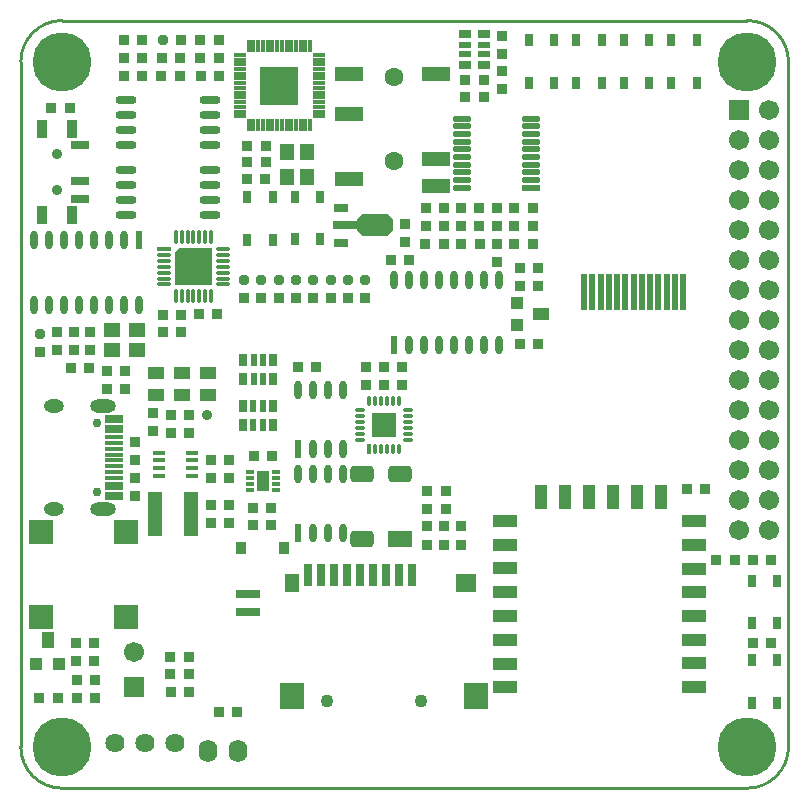
<source format=gts>
G04*
G04 #@! TF.GenerationSoftware,Altium Limited,Altium Designer,20.2.6 (244)*
G04*
G04 Layer_Color=8388736*
%FSLAX25Y25*%
%MOIN*%
G70*
G04*
G04 #@! TF.SameCoordinates,53242240-AA46-4597-B95F-6874191C8742*
G04*
G04*
G04 #@! TF.FilePolarity,Negative*
G04*
G01*
G75*
%ADD12C,0.01000*%
%ADD81R,0.03400X0.03400*%
%ADD82O,0.07093X0.02762*%
%ADD83R,0.06109X0.02762*%
%ADD84R,0.06109X0.01581*%
%ADD85R,0.01975X0.12211*%
%ADD86R,0.08274X0.03156*%
%ADD87R,0.02762X0.04337*%
%ADD88R,0.12998X0.12998*%
%ADD89R,0.03943X0.01187*%
%ADD90R,0.01187X0.03943*%
%ADD91R,0.02559X0.01378*%
%ADD92R,0.04331X0.07087*%
%ADD93C,0.03550*%
%ADD94R,0.03400X0.03400*%
%ADD95R,0.05400X0.03900*%
%ADD96R,0.04731X0.14967*%
%ADD97P,0.03680X8X112.5*%
%ADD98O,0.02368X0.06306*%
%ADD99R,0.02368X0.06306*%
%ADD100R,0.02368X0.03943*%
%ADD101R,0.02959X0.03943*%
%ADD102R,0.09455X0.05124*%
%ADD103R,0.08274X0.04337*%
%ADD104R,0.04337X0.08274*%
%ADD105R,0.03550X0.04337*%
%ADD106R,0.03550X0.04337*%
%ADD107R,0.03943X0.02368*%
%ADD108R,0.03943X0.02959*%
%ADD109R,0.04337X0.01680*%
%ADD110P,0.03680X8X202.5*%
%ADD111O,0.01384X0.03550*%
%ADD112O,0.03550X0.01384*%
%ADD113R,0.08274X0.08274*%
%ADD114R,0.01384X0.03550*%
%ADD115R,0.04000X0.05400*%
%ADD116R,0.04000X0.04000*%
%ADD117R,0.08274X0.08274*%
G04:AMPARAMS|DCode=118|XSize=55.18mil|YSize=78.8mil|CornerRadius=14.8mil|HoleSize=0mil|Usage=FLASHONLY|Rotation=90.000|XOffset=0mil|YOffset=0mil|HoleType=Round|Shape=RoundedRectangle|*
%AMROUNDEDRECTD118*
21,1,0.05518,0.04921,0,0,90.0*
21,1,0.02559,0.07880,0,0,90.0*
1,1,0.02959,0.02461,0.01280*
1,1,0.02959,0.02461,-0.01280*
1,1,0.02959,-0.02461,-0.01280*
1,1,0.02959,-0.02461,0.01280*
%
%ADD118ROUNDEDRECTD118*%
%ADD119O,0.06306X0.01975*%
%ADD120R,0.03156X0.07487*%
%ADD121R,0.05124X0.05518*%
%ADD122R,0.04000X0.04000*%
%ADD123O,0.04731X0.01384*%
%ADD124R,0.04337X0.04337*%
%ADD125R,0.05518X0.05124*%
%ADD126R,0.05124X0.02762*%
%ADD127R,0.04731X0.01384*%
%ADD128O,0.01384X0.04731*%
%ADD129R,0.07880X0.05518*%
%ADD130R,0.05124X0.05912*%
%ADD131R,0.08400X0.09061*%
%ADD132R,0.06699X0.05912*%
%ADD133R,0.06306X0.02762*%
%ADD134R,0.03550X0.05912*%
%ADD135R,0.08668X0.02762*%
G04:AMPARAMS|DCode=136|XSize=74.87mil|YSize=122.11mil|CornerRadius=0mil|HoleSize=0mil|Usage=FLASHONLY|Rotation=90.000|XOffset=0mil|YOffset=0mil|HoleType=Round|Shape=Octagon|*
%AMOCTAGOND136*
4,1,8,-0.06106,-0.01872,-0.06106,0.01872,-0.04234,0.03743,0.04234,0.03743,0.06106,0.01872,0.06106,-0.01872,0.04234,-0.03743,-0.04234,-0.03743,-0.06106,-0.01872,0.0*
%
%ADD136OCTAGOND136*%

%ADD137R,0.06306X0.01975*%
%ADD138R,0.05400X0.04000*%
%ADD139O,0.06699X0.04337*%
%ADD140O,0.08668X0.04337*%
%ADD141C,0.02959*%
%ADD142C,0.06400*%
%ADD143C,0.19685*%
%ADD144C,0.06306*%
%ADD145O,0.06306X0.07487*%
%ADD146C,0.06699*%
%ADD147R,0.06699X0.06699*%
%ADD148C,0.04337*%
G36*
X63665Y179945D02*
Y167740D01*
X51461D01*
Y178665D01*
X52740Y179945D01*
X63665D01*
D02*
G37*
D12*
X255906Y242126D02*
G03*
X242126Y255906I-13780J0D01*
G01*
Y0D02*
G03*
X255906Y13780I0J13780D01*
G01*
X0D02*
G03*
X13780Y0I13780J0D01*
G01*
Y255906D02*
G03*
X0Y242126I0J-13780D01*
G01*
X13780Y0D02*
X242126D01*
X255906Y13780D02*
Y242126D01*
X13780Y255906D02*
X242126D01*
X0Y13780D02*
Y242126D01*
D81*
X69400Y94442D02*
D03*
Y88324D02*
D03*
X158800Y181459D02*
D03*
Y175341D02*
D03*
X80181Y163328D02*
D03*
X85962D02*
D03*
X103305D02*
D03*
X109086D02*
D03*
X74400D02*
D03*
X97524D02*
D03*
X91743D02*
D03*
X114867D02*
D03*
X69400Y103441D02*
D03*
Y109559D02*
D03*
X63500D02*
D03*
Y103441D02*
D03*
Y88323D02*
D03*
Y94442D02*
D03*
X44000Y125059D02*
D03*
Y118941D02*
D03*
X12000Y145941D02*
D03*
Y152059D02*
D03*
X6500Y145398D02*
D03*
X134967Y187441D02*
D03*
Y193559D02*
D03*
X121000Y134441D02*
D03*
Y140559D02*
D03*
X115000Y134441D02*
D03*
Y140559D02*
D03*
X127000Y134441D02*
D03*
Y140559D02*
D03*
X152867Y193559D02*
D03*
Y187441D02*
D03*
X18500Y48559D02*
D03*
Y42441D02*
D03*
X24500Y48559D02*
D03*
Y42441D02*
D03*
X38000Y109341D02*
D03*
Y97441D02*
D03*
X135500Y87259D02*
D03*
X34700Y132941D02*
D03*
X28700D02*
D03*
X17600Y145941D02*
D03*
X23200D02*
D03*
X146900Y187441D02*
D03*
X128200Y182041D02*
D03*
X160400Y250759D02*
D03*
Y244641D02*
D03*
Y232941D02*
D03*
Y239059D02*
D03*
X128200Y188159D02*
D03*
X158833Y187441D02*
D03*
Y193559D02*
D03*
X146900D02*
D03*
X28700Y139059D02*
D03*
X34700D02*
D03*
X23200Y152059D02*
D03*
X17600D02*
D03*
X135500Y81141D02*
D03*
X146833D02*
D03*
Y87259D02*
D03*
X140933Y193559D02*
D03*
Y187441D02*
D03*
X141167Y81141D02*
D03*
Y87259D02*
D03*
X38000Y115459D02*
D03*
Y103559D02*
D03*
D82*
X35024Y206000D02*
D03*
Y201000D02*
D03*
Y196000D02*
D03*
Y191000D02*
D03*
X62976Y206000D02*
D03*
Y201000D02*
D03*
Y196000D02*
D03*
Y191000D02*
D03*
X35024Y229500D02*
D03*
Y224500D02*
D03*
Y219500D02*
D03*
Y214500D02*
D03*
X62976Y229500D02*
D03*
Y224500D02*
D03*
Y219500D02*
D03*
Y214500D02*
D03*
D83*
X31102Y119882D02*
D03*
Y122933D02*
D03*
Y100591D02*
D03*
Y97539D02*
D03*
D84*
Y117126D02*
D03*
Y111221D02*
D03*
Y113189D02*
D03*
Y115157D02*
D03*
Y103347D02*
D03*
Y109252D02*
D03*
Y107283D02*
D03*
Y105315D02*
D03*
D85*
X187765Y165400D02*
D03*
X196032D02*
D03*
X193276D02*
D03*
X190521D02*
D03*
X201544D02*
D03*
X198788D02*
D03*
X220835D02*
D03*
X215324D02*
D03*
X212568D02*
D03*
X204300D02*
D03*
X218079D02*
D03*
X209812D02*
D03*
X207056D02*
D03*
D86*
X75885Y58747D02*
D03*
Y64653D02*
D03*
D87*
X91268Y182913D02*
D03*
X99732Y197087D02*
D03*
X91268D02*
D03*
X99732Y182913D02*
D03*
X83965Y197000D02*
D03*
X75500Y182827D02*
D03*
X83965D02*
D03*
X75500Y197000D02*
D03*
X243768Y54913D02*
D03*
X252232Y69087D02*
D03*
X243768D02*
D03*
X252232Y54913D02*
D03*
X216868Y235213D02*
D03*
X225332Y249387D02*
D03*
X216868D02*
D03*
X225332Y235213D02*
D03*
X201034D02*
D03*
X209499Y249387D02*
D03*
X201034D02*
D03*
X209499Y235213D02*
D03*
X185201D02*
D03*
X193666Y249387D02*
D03*
X185201D02*
D03*
X193666Y235213D02*
D03*
X169368D02*
D03*
X177832Y249387D02*
D03*
X169368D02*
D03*
X177832Y235213D02*
D03*
X243768Y28413D02*
D03*
X252232Y42587D02*
D03*
X243768D02*
D03*
X252232Y28413D02*
D03*
D88*
X86213Y234213D02*
D03*
D89*
X72925Y223976D02*
D03*
Y225551D02*
D03*
Y227126D02*
D03*
Y228701D02*
D03*
Y230276D02*
D03*
Y231850D02*
D03*
Y233425D02*
D03*
Y235000D02*
D03*
Y236575D02*
D03*
Y238150D02*
D03*
Y239724D02*
D03*
Y241299D02*
D03*
Y242874D02*
D03*
Y244449D02*
D03*
X99500D02*
D03*
Y242874D02*
D03*
Y241299D02*
D03*
Y239724D02*
D03*
Y238150D02*
D03*
Y236575D02*
D03*
Y235000D02*
D03*
Y233425D02*
D03*
Y231850D02*
D03*
Y230276D02*
D03*
Y228701D02*
D03*
Y227126D02*
D03*
Y225551D02*
D03*
Y223976D02*
D03*
D90*
X75976Y247500D02*
D03*
X77551D02*
D03*
X79126D02*
D03*
X80701D02*
D03*
X82276D02*
D03*
X83850D02*
D03*
X85425D02*
D03*
X87000D02*
D03*
X88575D02*
D03*
X90150D02*
D03*
X91724D02*
D03*
X93299D02*
D03*
X94874D02*
D03*
X96449D02*
D03*
Y220925D02*
D03*
X94874D02*
D03*
X93299D02*
D03*
X91724D02*
D03*
X90150D02*
D03*
X88575D02*
D03*
X87000D02*
D03*
X85425D02*
D03*
X83850D02*
D03*
X82276D02*
D03*
X80701D02*
D03*
X79126D02*
D03*
X77551D02*
D03*
X75976D02*
D03*
D91*
X84972Y103484D02*
D03*
Y101516D02*
D03*
Y105453D02*
D03*
Y99547D02*
D03*
X76310Y103484D02*
D03*
Y99547D02*
D03*
Y105453D02*
D03*
Y101516D02*
D03*
D92*
X80641Y102500D02*
D03*
D93*
X62177Y124500D02*
D03*
X12000Y199495D02*
D03*
Y211305D02*
D03*
D94*
X56059Y124500D02*
D03*
X49941D02*
D03*
X12318Y30100D02*
D03*
X6200D02*
D03*
X123341Y176000D02*
D03*
X129459D02*
D03*
X83559Y93500D02*
D03*
X77441D02*
D03*
X83559Y87600D02*
D03*
X77441D02*
D03*
X141641Y93100D02*
D03*
X135523D02*
D03*
Y99000D02*
D03*
X141641D02*
D03*
X56059Y118500D02*
D03*
X49941D02*
D03*
X53559Y249500D02*
D03*
X34382Y249500D02*
D03*
X40500D02*
D03*
X53059Y243400D02*
D03*
X59841Y243500D02*
D03*
Y249500D02*
D03*
X59941Y237500D02*
D03*
X75500Y208600D02*
D03*
Y214200D02*
D03*
X16359Y226600D02*
D03*
X56059Y32200D02*
D03*
X22759Y140000D02*
D03*
X53459Y157900D02*
D03*
X59441Y158000D02*
D03*
X83700Y110600D02*
D03*
X166441Y148000D02*
D03*
X98500Y140500D02*
D03*
X228218Y99600D02*
D03*
X222100D02*
D03*
X154359Y230400D02*
D03*
X148241D02*
D03*
Y236000D02*
D03*
X154359D02*
D03*
X92382Y140500D02*
D03*
X172559Y148000D02*
D03*
X77582Y110600D02*
D03*
X243941Y48500D02*
D03*
X250059D02*
D03*
X231882Y76000D02*
D03*
X238000D02*
D03*
X34441Y237500D02*
D03*
X40559D02*
D03*
X16641Y140000D02*
D03*
X53459Y152100D02*
D03*
X47341D02*
D03*
Y157900D02*
D03*
X65559Y158000D02*
D03*
X250118Y76000D02*
D03*
X244000D02*
D03*
X66059Y237500D02*
D03*
X46941Y243400D02*
D03*
X65959Y249500D02*
D03*
Y243500D02*
D03*
X81618Y214200D02*
D03*
Y208600D02*
D03*
X10241Y226600D02*
D03*
X170680Y181500D02*
D03*
X164562D02*
D03*
X170680Y187500D02*
D03*
X164562D02*
D03*
X146841Y181500D02*
D03*
X152959D02*
D03*
X134882D02*
D03*
X141000D02*
D03*
X164562Y193500D02*
D03*
X170680D02*
D03*
X81559Y203000D02*
D03*
X75441D02*
D03*
X53016Y237500D02*
D03*
X46898D02*
D03*
X34441Y243500D02*
D03*
X40559D02*
D03*
X166441Y167500D02*
D03*
X172559D02*
D03*
X166441Y173500D02*
D03*
X172559D02*
D03*
X49841Y38100D02*
D03*
X55959D02*
D03*
X18741Y30100D02*
D03*
X24859D02*
D03*
X72059Y25500D02*
D03*
X65941D02*
D03*
X56018Y43867D02*
D03*
X49900D02*
D03*
X24859Y36200D02*
D03*
X18741D02*
D03*
X49941Y32200D02*
D03*
D95*
X53750Y138551D02*
D03*
Y131070D02*
D03*
X62300D02*
D03*
Y138551D02*
D03*
X45100Y131070D02*
D03*
Y138551D02*
D03*
D96*
X56705Y91300D02*
D03*
X44894D02*
D03*
D97*
X80181Y169447D02*
D03*
X85962D02*
D03*
X103305D02*
D03*
X109086D02*
D03*
X74400D02*
D03*
X97524D02*
D03*
X91743D02*
D03*
X114867D02*
D03*
X6500Y151516D02*
D03*
D98*
X159500Y169335D02*
D03*
X154500D02*
D03*
X149500D02*
D03*
X144500D02*
D03*
X139500D02*
D03*
X134500D02*
D03*
X129500D02*
D03*
X124500D02*
D03*
X159500Y147665D02*
D03*
X154500D02*
D03*
X149500D02*
D03*
X144500D02*
D03*
X139500D02*
D03*
X134500D02*
D03*
X129500D02*
D03*
X97500Y113157D02*
D03*
X102500D02*
D03*
X107500D02*
D03*
X92500Y132843D02*
D03*
X97500D02*
D03*
X102500D02*
D03*
X107500D02*
D03*
X97500Y85158D02*
D03*
X102500D02*
D03*
X107500D02*
D03*
X92500Y104842D02*
D03*
X97500D02*
D03*
X102500D02*
D03*
X107500D02*
D03*
X4500Y161165D02*
D03*
X9500D02*
D03*
X19500D02*
D03*
X34500Y182835D02*
D03*
X29500D02*
D03*
X24500D02*
D03*
X19500D02*
D03*
X14500D02*
D03*
X9500D02*
D03*
X4500D02*
D03*
X39500Y161165D02*
D03*
X34500D02*
D03*
X29500D02*
D03*
X24500D02*
D03*
X14500D02*
D03*
D99*
X124500Y147665D02*
D03*
X92500Y113157D02*
D03*
Y85158D02*
D03*
X39500Y182835D02*
D03*
D100*
X80775Y136450D02*
D03*
X77625D02*
D03*
X80675Y121201D02*
D03*
X77525D02*
D03*
X77625Y142750D02*
D03*
X80775D02*
D03*
X77525Y127500D02*
D03*
X80675D02*
D03*
D101*
X74161Y136450D02*
D03*
X84239D02*
D03*
X74061Y121201D02*
D03*
X84139D02*
D03*
X74161Y142750D02*
D03*
X84239D02*
D03*
X74061Y127500D02*
D03*
X84139D02*
D03*
D102*
X138500Y238181D02*
D03*
X109500D02*
D03*
Y224796D02*
D03*
X138500Y209835D02*
D03*
Y200780D02*
D03*
X109500Y203142D02*
D03*
D103*
X161508Y33752D02*
D03*
Y41547D02*
D03*
Y89106D02*
D03*
Y81075D02*
D03*
X224500Y81035D02*
D03*
Y73201D02*
D03*
Y65287D02*
D03*
Y57256D02*
D03*
Y49500D02*
D03*
Y41626D02*
D03*
Y33870D02*
D03*
X161508Y49500D02*
D03*
Y57295D02*
D03*
Y65405D02*
D03*
Y73358D02*
D03*
X224500Y88949D02*
D03*
D104*
X213421Y97163D02*
D03*
X205421D02*
D03*
X197500D02*
D03*
X189421D02*
D03*
X181421D02*
D03*
X173421D02*
D03*
D105*
X73500Y80100D02*
D03*
D106*
X87900D02*
D03*
D107*
X148150Y247816D02*
D03*
Y244666D02*
D03*
X154450Y247816D02*
D03*
Y244666D02*
D03*
D108*
X148150Y241201D02*
D03*
Y251280D02*
D03*
X154450D02*
D03*
Y241201D02*
D03*
D109*
X57000Y106720D02*
D03*
Y104161D02*
D03*
X46000D02*
D03*
Y106720D02*
D03*
Y109280D02*
D03*
Y111839D02*
D03*
X57000Y109280D02*
D03*
Y111839D02*
D03*
D110*
X47441Y249500D02*
D03*
D111*
X125984Y113189D02*
D03*
X124016D02*
D03*
X122047D02*
D03*
X120079D02*
D03*
X118110D02*
D03*
Y128937D02*
D03*
X120079D02*
D03*
X122047D02*
D03*
X124016D02*
D03*
X125984D02*
D03*
X116142D02*
D03*
D112*
X128937Y125984D02*
D03*
Y122047D02*
D03*
Y118110D02*
D03*
Y116142D02*
D03*
X113189D02*
D03*
Y118110D02*
D03*
Y120079D02*
D03*
Y122047D02*
D03*
Y124016D02*
D03*
Y125984D02*
D03*
X128937Y120079D02*
D03*
Y124016D02*
D03*
D113*
X121063Y121063D02*
D03*
D114*
X116142Y113189D02*
D03*
D115*
X9001Y49500D02*
D03*
D116*
X12701Y41500D02*
D03*
X5201D02*
D03*
D117*
X35073Y85373D02*
D03*
Y57027D02*
D03*
X6727D02*
D03*
Y85373D02*
D03*
D118*
X126299Y104827D02*
D03*
X113701D02*
D03*
Y83173D02*
D03*
D119*
X147000Y202764D02*
D03*
Y223236D02*
D03*
Y220677D02*
D03*
Y218118D02*
D03*
Y215559D02*
D03*
Y213000D02*
D03*
Y210441D02*
D03*
Y207882D02*
D03*
Y205323D02*
D03*
Y200205D02*
D03*
X170228Y223236D02*
D03*
Y220677D02*
D03*
Y218118D02*
D03*
Y215559D02*
D03*
Y213000D02*
D03*
Y210441D02*
D03*
Y207882D02*
D03*
Y205323D02*
D03*
Y202764D02*
D03*
D120*
X108677Y71000D02*
D03*
X95685D02*
D03*
X100016D02*
D03*
X104347D02*
D03*
X113008D02*
D03*
X117339D02*
D03*
X121669D02*
D03*
X126000D02*
D03*
X130331D02*
D03*
D121*
X88653Y203866D02*
D03*
X95346Y212134D02*
D03*
Y203866D02*
D03*
X88653Y212134D02*
D03*
D122*
X165500Y154299D02*
D03*
Y161799D02*
D03*
D123*
X47721Y175811D02*
D03*
Y177779D02*
D03*
Y173843D02*
D03*
Y171874D02*
D03*
Y169905D02*
D03*
Y167937D02*
D03*
X67405D02*
D03*
Y169905D02*
D03*
Y171874D02*
D03*
Y173843D02*
D03*
Y175811D02*
D03*
Y177779D02*
D03*
Y179748D02*
D03*
D124*
X57563Y173843D02*
D03*
D125*
X38634Y146153D02*
D03*
X30366Y152847D02*
D03*
Y146153D02*
D03*
X38634Y152847D02*
D03*
D126*
X106600Y181689D02*
D03*
Y193500D02*
D03*
D127*
X47721Y179748D02*
D03*
D128*
X53626Y164000D02*
D03*
X55594D02*
D03*
X57563D02*
D03*
X59531D02*
D03*
X61500D02*
D03*
X63468D02*
D03*
X51657D02*
D03*
X63468Y183685D02*
D03*
X61500D02*
D03*
X59531D02*
D03*
X57563D02*
D03*
X55594D02*
D03*
X53626D02*
D03*
X51657D02*
D03*
D129*
X126299Y83173D02*
D03*
D130*
X90567Y68532D02*
D03*
D131*
X90567Y30736D02*
D03*
X151591D02*
D03*
D132*
X148441Y68532D02*
D03*
D133*
X19858Y196542D02*
D03*
Y202447D02*
D03*
Y214258D02*
D03*
D134*
X16921Y191030D02*
D03*
X7079D02*
D03*
Y219770D02*
D03*
X16921D02*
D03*
D135*
X108293Y187594D02*
D03*
D136*
X118093D02*
D03*
D137*
X170228Y200205D02*
D03*
D138*
X173500Y157999D02*
D03*
D139*
X11043Y93228D02*
D03*
Y127244D02*
D03*
D140*
X27500Y93228D02*
D03*
Y127244D02*
D03*
D141*
X25413Y98858D02*
D03*
Y121614D02*
D03*
D142*
X31300Y15000D02*
D03*
X41300D02*
D03*
X51300D02*
D03*
D143*
X242126Y242126D02*
D03*
Y13780D02*
D03*
X13780Y242126D02*
D03*
Y13780D02*
D03*
D144*
X124500Y209047D02*
D03*
Y237000D02*
D03*
D145*
X72500Y12500D02*
D03*
X62500D02*
D03*
D146*
X239500Y176000D02*
D03*
X249500Y226000D02*
D03*
X239500Y216000D02*
D03*
X249500D02*
D03*
X239500Y206000D02*
D03*
X249500D02*
D03*
X239500Y196000D02*
D03*
X249500D02*
D03*
X239500Y186000D02*
D03*
X249500D02*
D03*
Y176000D02*
D03*
X239500Y166000D02*
D03*
X249500D02*
D03*
X239500Y156000D02*
D03*
X249500D02*
D03*
X239500Y146000D02*
D03*
X249500D02*
D03*
X239500Y136000D02*
D03*
X249500D02*
D03*
X239500Y126000D02*
D03*
X249500D02*
D03*
X239500Y116000D02*
D03*
X249500D02*
D03*
X239500Y106000D02*
D03*
X249500D02*
D03*
X239500Y96000D02*
D03*
X249500D02*
D03*
X239500Y86000D02*
D03*
X249500D02*
D03*
X37600Y45411D02*
D03*
D147*
X239500Y226000D02*
D03*
X37600Y33600D02*
D03*
D148*
X101984Y29161D02*
D03*
X133480D02*
D03*
M02*

</source>
